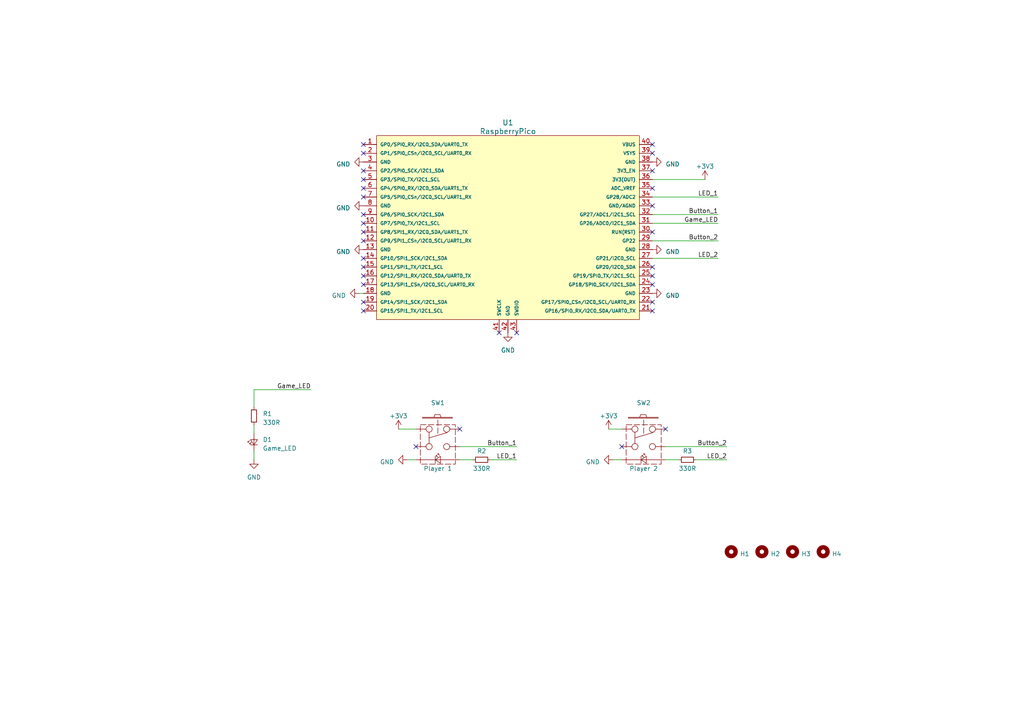
<source format=kicad_sch>
(kicad_sch (version 20230121) (generator eeschema)
  (paper "A4")
  (title_block (title "Reaction Game") (date "2025-01-05") (rev "v1") (company "Matej Mician, Sebastian Mician"))
  (lib_symbols
    (symbol "MM_Various:LED_Small" (pin_numbers hide) (pin_names (offset 0.254) hide)
      (property "Reference" "D" (at -1.27 3.175 0))
      (property "Value" "LED_Small" (at -4.445 -2.54 0))
      (symbol "LED_Small_0_1"
        (polyline (pts (xy -0.762 -1.016) (xy -0.762 1.016)))
        (polyline (pts (xy 1.016 0) (xy -0.762 0)))
        (polyline (pts (xy 0.762 -1.016) (xy -0.762 0) (xy 0.762 1.016) (xy 0.762 -1.016)))
        (polyline (pts (xy 0 0.762) (xy -0.508 1.27) (xy -0.254 1.27) (xy -0.508 1.27) (xy -0.508 1.016)))
        (polyline (pts (xy 0.508 1.27) (xy 0 1.778) (xy 0.254 1.778) (xy 0 1.778) (xy 0 1.524)))
      )
      (symbol "LED_Small_1_1"
        (pin passive line (at -2.54 0 0) (length 1.778) (name "K") (number "1"))
        (pin passive line (at 2.54 0 180) (length 1.778) (name "A") (number "2"))
      )
    )
    (symbol "MM_Various:MountingHole_NPTH" (pin_numbers hide) (pin_names (offset 1.016) hide)
      (property "Reference" "H" (at 0 4.572 0))
      (symbol "MountingHole_NPTH_0_1"
        (circle (center 0 0) (radius 1.27) (stroke (width 1.27)))
      )
    )
    (symbol "MM_Various:R_Small" (pin_numbers hide) (pin_names (offset 0.254) hide)
      (property "Reference" "R" (at 0.762 0.508 0))
      (property "Value" "R_Small" (at 0.762 -1.016 0))
      (symbol "R_Small_0_1"
        (rectangle (start -0.762 1.778) (end 0.762 -1.778) (stroke (width 0.2032)))
      )
      (symbol "R_Small_1_1"
        (pin passive line (at 0 2.54 270) (length 0.762) (name "~") (number "1"))
        (pin passive line (at 0 -2.54 90) (length 0.762) (name "~") (number "2"))
      )
    )
    (symbol "MM_Various:RaspberryPico" (pin_names (offset 1.016))
      (property "Reference" "U" (at 0 27.94 0))
      (property "Value" "RaspberryPico" (at 0 0 0))
      (symbol "RaspberryPico_0_1"
        (rectangle (start -38.1 26.67) (end 38.1 -26.67) (fill (type background)))
        (rectangle (start -11.43 12.7) (end -11.43 12.7))
      )
      (symbol "RaspberryPico_1_1"
        (pin bidirectional line (at -41.91 24.13 0) (length 3.81) (name "GP0/SPI0_RX/I2C0_SDA/UART0_TX") (number "1"))
        (pin bidirectional line (at -41.91 1.27 0) (length 3.81) (name "GP7/SPI0_TX/I2C1_SCL") (number "10"))
        (pin bidirectional line (at -41.91 -1.27 0) (length 3.81) (name "GP8/SPI1_RX/I2C0_SDA/UART1_TX") (number "11"))
        (pin bidirectional line (at -41.91 -3.81 0) (length 3.81) (name "GP9/SPI1_CSn/I2C0_SCL/UART1_RX") (number "12"))
        (pin power_in line (at -41.91 -6.35 0) (length 3.81) (name "GND") (number "13"))
        (pin bidirectional line (at -41.91 -8.89 0) (length 3.81) (name "GP10/SPI1_SCK/I2C1_SDA") (number "14"))
        (pin bidirectional line (at -41.91 -11.43 0) (length 3.81) (name "GP11/SPI1_TX/I2C1_SCL") (number "15"))
        (pin bidirectional line (at -41.91 -13.97 0) (length 3.81) (name "GP12/SPI1_RX/I2C0_SDA/UART0_TX") (number "16"))
        (pin bidirectional line (at -41.91 -16.51 0) (length 3.81) (name "GP13/SPI1_CSn/I2C0_SCL/UART0_RX") (number "17"))
        (pin power_in line (at -41.91 -19.05 0) (length 3.81) (name "GND") (number "18"))
        (pin bidirectional line (at -41.91 -21.59 0) (length 3.81) (name "GP14/SPI1_SCK/I2C1_SDA") (number "19"))
        (pin bidirectional line (at -41.91 21.59 0) (length 3.81) (name "GP1/SPI0_CSn/I2C0_SCL/UART0_RX") (number "2"))
        (pin bidirectional line (at -41.91 -24.13 0) (length 3.81) (name "GP15/SPI1_TX/I2C1_SCL") (number "20"))
        (pin bidirectional line (at 41.91 -24.13 180) (length 3.81) (name "GP16/SPI0_RX/I2C0_SDA/UART0_TX") (number "21"))
        (pin bidirectional line (at 41.91 -21.59 180) (length 3.81) (name "GP17/SPI0_CSn/I2C0_SCL/UART0_RX") (number "22"))
        (pin power_in line (at 41.91 -19.05 180) (length 3.81) (name "GND") (number "23"))
        (pin bidirectional line (at 41.91 -16.51 180) (length 3.81) (name "GP18/SPI0_SCK/I2C1_SDA") (number "24"))
        (pin bidirectional line (at 41.91 -13.97 180) (length 3.81) (name "GP19/SPI0_TX/I2C1_SCL") (number "25"))
        (pin bidirectional line (at 41.91 -11.43 180) (length 3.81) (name "GP20/I2C0_SDA") (number "26"))
        (pin bidirectional line (at 41.91 -8.89 180) (length 3.81) (name "GP21/I2C0_SCL") (number "27"))
        (pin power_in line (at 41.91 -6.35 180) (length 3.81) (name "GND") (number "28"))
        (pin bidirectional line (at 41.91 -3.81 180) (length 3.81) (name "GP22") (number "29"))
        (pin power_in line (at -41.91 19.05 0) (length 3.81) (name "GND") (number "3"))
        (pin input line (at 41.91 -1.27 180) (length 3.81) (name "RUN(RST)") (number "30"))
        (pin bidirectional line (at 41.91 1.27 180) (length 3.81) (name "GP26/ADC0/I2C1_SDA") (number "31"))
        (pin bidirectional line (at 41.91 3.81 180) (length 3.81) (name "GP27/ADC1/I2C1_SCL") (number "32"))
        (pin power_in line (at 41.91 6.35 180) (length 3.81) (name "GND/AGND") (number "33"))
        (pin bidirectional line (at 41.91 8.89 180) (length 3.81) (name "GP28/ADC2") (number "34"))
        (pin bidirectional line (at 41.91 11.43 180) (length 3.81) (name "ADC_VREF") (number "35"))
        (pin power_out line (at 41.91 13.97 180) (length 3.81) (name "3V3(OUT)") (number "36"))
        (pin input line (at 41.91 16.51 180) (length 3.81) (name "3V3_EN") (number "37"))
        (pin power_in line (at 41.91 19.05 180) (length 3.81) (name "GND") (number "38"))
        (pin power_in line (at 41.91 21.59 180) (length 3.81) (name "VSYS") (number "39"))
        (pin bidirectional line (at -41.91 16.51 0) (length 3.81) (name "GP2/SPI0_SCK/I2C1_SDA") (number "4"))
        (pin power_in line (at 41.91 24.13 180) (length 3.81) (name "VBUS") (number "40"))
        (pin input line (at -2.54 -30.48 90) (length 3.81) (name "SWCLK") (number "41"))
        (pin power_in line (at 0 -30.48 90) (length 3.81) (name "GND") (number "42"))
        (pin bidirectional line (at 2.54 -30.48 90) (length 3.81) (name "SWDIO") (number "43"))
        (pin bidirectional line (at -41.91 13.97 0) (length 3.81) (name "GP3/SPI0_TX/I2C1_SCL") (number "5"))
        (pin bidirectional line (at -41.91 11.43 0) (length 3.81) (name "GP4/SPI0_RX/I2C0_SDA/UART1_TX") (number "6"))
        (pin bidirectional line (at -41.91 8.89 0) (length 3.81) (name "GP5/SPI0_CSn/I2C0_SCL/UART1_RX") (number "7"))
        (pin power_in line (at -41.91 6.35 0) (length 3.81) (name "GND") (number "8"))
        (pin bidirectional line (at -41.91 3.81 0) (length 3.81) (name "GP6/SPI0_SCK/I2C1_SDA") (number "9"))
      )
    )
    (symbol "MM_Various:SW_SP86N-A1" (pin_numbers hide) (pin_names (offset 1.016) hide)
      (property "Reference" "SW" (at 0 8.89 0))
      (property "Value" "SW_SP86N-A1" (at 0 -10.16 0))
      (symbol "SW_SP86N-A1_0_1"
        (rectangle (start -4.445 5.715) (end 4.191 5.969))
        (circle (center -2.54 -2.54) (radius 0.889))
        (circle (center -2.54 2.54) (radius 0.889))
        (polyline (pts (xy -2.54 0) (xy 2.667 1.524)))
        (polyline (pts (xy -2.54 1.651) (xy -2.54 -1.651)))
        (polyline (pts (xy -0.762 -7.366) (xy -0.762 -5.334)))
        (polyline (pts (xy 1.016 -6.35) (xy -0.762 -6.35)))
        (polyline (pts (xy -1.143 5.969) (xy -0.889 6.731) (xy 0.635 6.731) (xy 0.889 5.969)))
        (polyline (pts (xy 0.762 -7.366) (xy -0.762 -6.35) (xy 0.762 -5.334) (xy 0.762 -7.366)))
        (polyline (pts (xy 0 -5.588) (xy -0.508 -5.08) (xy -0.254 -5.08) (xy -0.508 -5.08) (xy -0.508 -5.334)))
        (polyline (pts (xy 0.508 -5.08) (xy 0 -4.572) (xy 0.254 -4.572) (xy 0 -4.572) (xy 0 -4.826)))
        (circle (center 2.54 -2.54) (radius 0.889))
        (circle (center 2.54 2.54) (radius 0.889))
      )
      (symbol "SW_SP86N-A1_1_1"
        (rectangle (start -5.08 3.81) (end 5.08 -7.62) (stroke (width 0) (type dash)))
        (polyline (pts (xy -3.81 -2.54) (xy -3.429 -2.54)))
        (polyline (pts (xy -3.81 2.54) (xy -3.429 2.54)))
        (polyline (pts (xy 0 5.207) (xy 0 1.27)) (stroke (width 0) (type dash)))
        (polyline (pts (xy 3.429 -2.54) (xy 3.81 -2.54)))
        (polyline (pts (xy 3.429 2.54) (xy 3.81 2.54)))
        (pin passive line (at -6.35 -2.54 0) (length 2.54) (name "1") (number "1"))
        (pin passive line (at -6.35 2.54 0) (length 2.54) (name "1") (number "1"))
        (pin passive line (at 6.35 2.54 180) (length 2.54) (name "2") (number "2"))
        (pin passive line (at 6.35 -2.54 180) (length 2.54) (name "3") (number "3"))
        (pin passive line (at -6.35 -6.35 0) (length 5.8) (name "K") (number "4"))
        (pin passive line (at 6.35 -6.35 180) (length 5.3) (name "A") (number "5"))
      )
    )
    (symbol "power:+3V3" (power) (pin_names (offset 0))
      (property "Value" "+3V3" (at 0 3.556 0))
      (symbol "+3V3_0_1"
        (polyline (pts (xy -0.762 1.27) (xy 0 2.54)))
        (polyline (pts (xy 0 0) (xy 0 2.54)))
        (polyline (pts (xy 0 2.54) (xy 0.762 1.27)))
      )
      (symbol "+3V3_1_1"
        (pin power_in line (at 0 0 90) (length 0) hide (name "+3V3") (number "1"))
      )
    )
    (symbol "power:GND" (power) (pin_names (offset 0))
      (property "Value" "GND" (at 0 -3.81 0))
      (symbol "GND_0_1"
        (polyline (pts (xy 0 0) (xy 0 -1.27) (xy 1.27 -1.27) (xy 0 -2.54) (xy -1.27 -1.27) (xy 0 -1.27)))
      )
      (symbol "GND_1_1"
        (pin power_in line (at 0 0 270) (length 0) hide (name "GND") (number "1"))
      )
    )
  )
  (no_connect (at 105.41 80.01))
  (no_connect (at 105.41 77.47))
  (no_connect (at 193.04 124.46))
  (no_connect (at 105.41 44.45))
  (no_connect (at 144.78 96.52))
  (no_connect (at 105.41 64.77))
  (no_connect (at 105.41 82.55))
  (no_connect (at 120.65 129.54))
  (no_connect (at 105.41 67.31))
  (no_connect (at 189.23 87.63))
  (no_connect (at 189.23 80.01))
  (no_connect (at 105.41 54.61))
  (no_connect (at 189.23 77.47))
  (no_connect (at 189.23 59.69))
  (no_connect (at 189.23 54.61))
  (no_connect (at 149.86 96.52))
  (no_connect (at 105.41 74.93))
  (no_connect (at 133.35 124.46))
  (no_connect (at 105.41 87.63))
  (no_connect (at 189.23 49.53))
  (no_connect (at 105.41 49.53))
  (no_connect (at 180.34 129.54))
  (no_connect (at 189.23 82.55))
  (no_connect (at 189.23 90.17))
  (no_connect (at 105.41 57.15))
  (no_connect (at 189.23 41.91))
  (no_connect (at 105.41 52.07))
  (no_connect (at 189.23 67.31))
  (no_connect (at 189.23 44.45))
  (no_connect (at 105.41 90.17))
  (no_connect (at 105.41 69.85))
  (no_connect (at 105.41 62.23))
  (no_connect (at 105.41 41.91))
  (wire (pts (xy 73.66 113.03) (xy 90.17 113.03)))
  (wire (pts (xy 201.93 133.35) (xy 210.82 133.35)))
  (wire (pts (xy 176.53 124.46) (xy 180.34 124.46)))
  (wire (pts (xy 118.11 133.35) (xy 120.65 133.35)))
  (wire (pts (xy 208.28 69.85) (xy 189.23 69.85)))
  (wire (pts (xy 133.35 133.35) (xy 137.16 133.35)))
  (wire (pts (xy 189.23 52.07) (xy 204.47 52.07)))
  (wire (pts (xy 177.8 133.35) (xy 180.34 133.35)))
  (wire (pts (xy 73.66 113.03) (xy 73.66 118.11)))
  (wire (pts (xy 142.24 133.35) (xy 149.86 133.35)))
  (wire (pts (xy 189.23 64.77) (xy 208.28 64.77)))
  (wire (pts (xy 208.28 74.93) (xy 189.23 74.93)))
  (wire (pts (xy 208.28 57.15) (xy 189.23 57.15)))
  (wire (pts (xy 115.57 124.46) (xy 120.65 124.46)))
  (wire (pts (xy 133.35 129.54) (xy 149.86 129.54)))
  (wire (pts (xy 73.66 130.81) (xy 73.66 133.35)))
  (wire (pts (xy 104.14 85.09) (xy 105.41 85.09)))
  (wire (pts (xy 193.04 133.35) (xy 196.85 133.35)))
  (wire (pts (xy 193.04 129.54) (xy 210.82 129.54)))
  (wire (pts (xy 208.28 62.23) (xy 189.23 62.23)))
  (wire (pts (xy 73.66 123.19) (xy 73.66 125.73)))
  (label "LED_2" (at 210.82 133.35 180))
  (label "Button_2" (at 210.82 129.54 180))
  (label "Button_1" (at 149.86 129.54 180))
  (label "Game_LED" (at 208.28 64.77 180))
  (label "LED_2" (at 208.28 74.93 180))
  (label "LED_1" (at 149.86 133.35 180))
  (label "Game_LED" (at 90.17 113.03 180))
  (label "Button_1" (at 208.28 62.23 180))
  (label "Button_2" (at 208.28 69.85 180))
  (label "LED_1" (at 208.28 57.15 180))
  (symbol (lib_id "MM_Various:MountingHole_NPTH") (at 229.87 160.02 0) (unit 1)
    (property "Reference" "H3" (at 232.41 160.655 0) (effects (justify left)))
    (property "Value" "MountingHole_NPTH" (effects hide))
    (property "Footprint" "MM_Various:MountingHole_3.2mm_M3_Pad_NPTH" (effects hide))
  )
  (symbol (lib_id "MM_Various:LED_Small") (at 73.66 128.27 90) (unit 1)
    (property "Reference" "D1" (at 76.2 127.508 90) (effects (justify right)))
    (property "Value" "Game_LED" (at 76.2 130.048 90) (effects (justify right)))
    (property "Footprint" "LED_THT:LED_D8.0mm" (effects hide))
  )
  (symbol (lib_id "MM_Various:R_Small") (at 73.66 120.65 0) (unit 1)
    (property "Reference" "R1" (at 76.2 120.015 0) (effects (justify left)))
    (property "Value" "330R" (at 76.2 122.555 0) (effects (justify left)))
    (property "Footprint" "MM_Various:0603C-KICAD" (effects hide))
  )
  (symbol (lib_id "power:GND") (at 118.11 133.35 270) (unit 1)
    (property "Reference" "#PWR02" (effects hide))
    (property "Value" "GND" (at 114.3 133.985 90) (effects (justify right)))
  )
  (symbol (lib_id "power:GND") (at 189.23 85.09 90) (unit 1)
    (property "Reference" "#PWR012" (effects hide))
    (property "Value" "GND" (at 193.04 85.725 90) (effects (justify right)))
  )
  (symbol (lib_id "power:GND") (at 105.41 46.99 270) (unit 1)
    (property "Reference" "#PWR010" (effects hide))
    (property "Value" "GND" (at 101.6 47.625 90) (effects (justify right)))
  )
  (symbol (lib_id "power:GND") (at 189.23 72.39 90) (unit 1)
    (property "Reference" "#PWR013" (effects hide))
    (property "Value" "GND" (at 193.04 73.025 90) (effects (justify right)))
  )
  (symbol (lib_id "MM_Various:R_Small") (at 139.7 133.35 270) (unit 1)
    (property "Reference" "R2" (at 139.7 130.81 90))
    (property "Value" "330R" (at 139.7 135.89 90))
    (property "Footprint" "MM_Various:0603C-KICAD" (effects hide))
  )
  (symbol (lib_id "MM_Various:RaspberryPico") (at 147.32 66.04 0) (unit 1)
    (property "Reference" "U1" (at 147.32 35.56 0) (effects (font (size 1.524 1.524))))
    (property "Value" "RaspberryPico" (at 147.32 38.1 0) (effects (font (size 1.524 1.524))))
    (property "Footprint" "MM_Various:Raspberry_Pi_Pico_Rev3-THT_Offset" (effects hide))
  )
  (symbol (lib_id "power:GND") (at 177.8 133.35 270) (unit 1)
    (property "Reference" "#PWR03" (effects hide))
    (property "Value" "GND" (at 173.99 133.985 90) (effects (justify right)))
  )
  (symbol (lib_id "MM_Various:MountingHole_NPTH") (at 212.09 160.02 270) (unit 1)
    (property "Reference" "H1" (at 214.63 160.655 90) (effects (justify left)))
    (property "Value" "MountingHole_NPTH" (effects hide))
    (property "Footprint" "MM_Various:MountingHole_3.2mm_M3_Pad_NPTH" (effects hide))
  )
  (symbol (lib_id "power:GND") (at 104.14 85.09 270) (unit 1)
    (property "Reference" "#PWR07" (effects hide))
    (property "Value" "GND" (at 100.33 85.725 90) (effects (justify right)))
  )
  (symbol (lib_id "MM_Various:R_Small") (at 199.39 133.35 90) (unit 1)
    (property "Reference" "R3" (at 199.39 130.81 90))
    (property "Value" "330R" (at 199.39 135.89 90))
    (property "Footprint" "MM_Various:0603C-KICAD" (effects hide))
  )
  (symbol (lib_id "power:GND") (at 147.32 96.52 0) (unit 1)
    (property "Reference" "#PWR011" (effects hide))
    (property "Value" "GND" (at 147.32 101.6 0))
  )
  (symbol (lib_id "power:GND") (at 73.66 133.35 0) (unit 1)
    (property "Reference" "#PWR01" (effects hide))
    (property "Value" "GND" (at 73.66 138.43 0))
  )
  (symbol (lib_id "MM_Various:MountingHole_NPTH") (at 220.98 160.02 0) (unit 1)
    (property "Reference" "H2" (at 223.52 160.655 0) (effects (justify left)))
    (property "Value" "MountingHole_NPTH" (effects hide))
    (property "Footprint" "MM_Various:MountingHole_3.2mm_M3_Pad_NPTH" (effects hide))
  )
  (symbol (lib_id "power:+3V3") (at 115.57 124.46 0) (unit 1)
    (property "Reference" "#PWR05" (effects hide))
    (property "Value" "+3V3" (at 115.57 120.65 0))
  )
  (symbol (lib_id "power:GND") (at 105.41 59.69 270) (unit 1)
    (property "Reference" "#PWR09" (effects hide))
    (property "Value" "GND" (at 101.6 60.325 90) (effects (justify right)))
  )
  (symbol (lib_id "MM_Various:SW_SP86N-A1") (at 127 127 0) (unit 1)
    (property "Reference" "SW1" (at 127 116.84 0))
    (property "Value" "Player 1" (at 127 135.89 0))
    (property "Footprint" "MM_Various:SW_PUSH-SP86N-A1-5-01" (effects hide))
  )
  (symbol (lib_id "power:+3V3") (at 176.53 124.46 0) (unit 1)
    (property "Reference" "#PWR06" (effects hide))
    (property "Value" "+3V3" (at 176.53 120.65 0))
  )
  (symbol (lib_id "power:GND") (at 189.23 46.99 90) (unit 1)
    (property "Reference" "#PWR014" (effects hide))
    (property "Value" "GND" (at 193.04 47.625 90) (effects (justify right)))
  )
  (symbol (lib_id "MM_Various:SW_SP86N-A1") (at 186.69 127 0) (unit 1)
    (property "Reference" "SW2" (at 186.69 116.84 0))
    (property "Value" "Player 2" (at 186.69 135.89 0))
    (property "Footprint" "MM_Various:SW_PUSH-SP86N-A1-5-01" (effects hide))
  )
  (symbol (lib_id "power:+3V3") (at 204.47 52.07 0) (unit 1)
    (property "Reference" "#PWR04" (effects hide))
    (property "Value" "+3V3" (at 204.47 48.26 0))
  )
  (symbol (lib_id "MM_Various:MountingHole_NPTH") (at 238.76 160.02 0) (unit 1)
    (property "Reference" "H4" (at 241.3 160.655 0) (effects (justify left)))
    (property "Value" "MountingHole_NPTH" (effects hide))
    (property "Footprint" "MM_Various:MountingHole_3.2mm_M3_Pad_NPTH" (effects hide))
  )
  (symbol (lib_id "power:GND") (at 105.41 72.39 270) (unit 1)
    (property "Reference" "#PWR08" (effects hide))
    (property "Value" "GND" (at 101.6 73.025 90) (effects (justify right)))
  )
)
</source>
